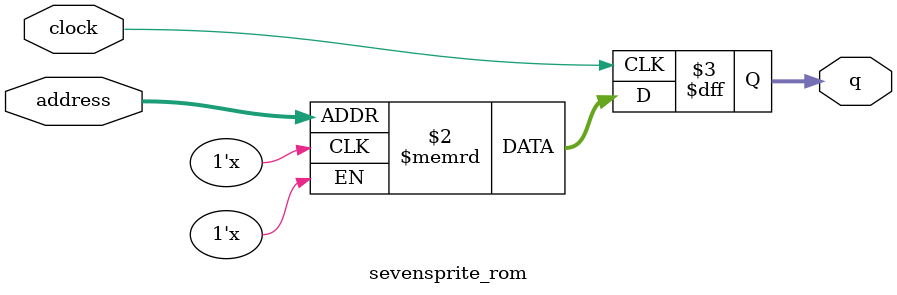
<source format=sv>
module sevensprite_rom (
	input logic clock,
	input logic [7:0] address,
	output logic [3:0] q
);

logic [3:0] memory [0:241] /* synthesis ram_init_file = "./sevensprite/sevensprite.mif" */;

always_ff @ (posedge clock) begin
	q <= memory[address];
end

endmodule

</source>
